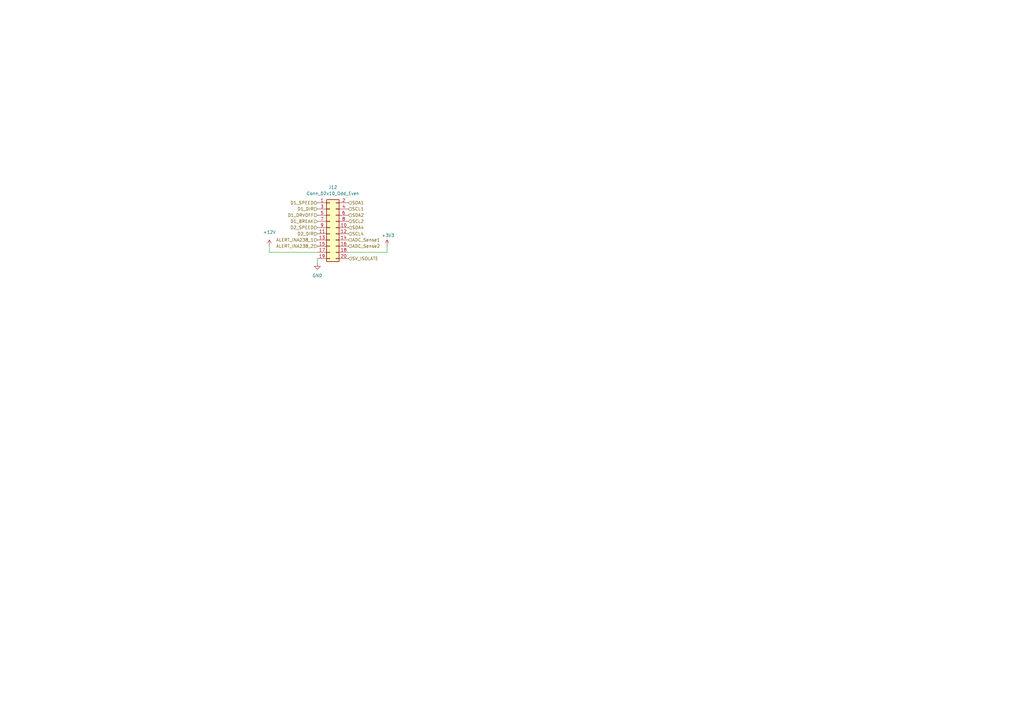
<source format=kicad_sch>
(kicad_sch (version 20211123) (generator eeschema)
  (paper "A3")
  (title_block (date "2021-12-27") (rev "REV1") (company "FIBO") (comment 2 "Design By Kittitouch Lelapiyamit"))
  (lib_symbols
    (symbol "Connector_Generic:Conn_02x10_Odd_Even" (pin_names (offset 1.016) hide)
      (property "Reference" "J" (at 1.27 12.7 0))
      (property "Value" "Conn_02x10_Odd_Even" (at 1.27 -15.24 0))
      (symbol "Conn_02x10_Odd_Even_1_1"
        (rectangle (start -1.27 -12.573) (end 0 -12.827) (stroke (width 0.1524)))
        (rectangle (start -1.27 -10.033) (end 0 -10.287) (stroke (width 0.1524)))
        (rectangle (start -1.27 -7.493) (end 0 -7.747) (stroke (width 0.1524)))
        (rectangle (start -1.27 -4.953) (end 0 -5.207) (stroke (width 0.1524)))
        (rectangle (start -1.27 -2.413) (end 0 -2.667) (stroke (width 0.1524)))
        (rectangle (start -1.27 0.127) (end 0 -0.127) (stroke (width 0.1524)))
        (rectangle (start -1.27 2.667) (end 0 2.413) (stroke (width 0.1524)))
        (rectangle (start -1.27 5.207) (end 0 4.953) (stroke (width 0.1524)))
        (rectangle (start -1.27 7.747) (end 0 7.493) (stroke (width 0.1524)))
        (rectangle (start -1.27 10.287) (end 0 10.033) (stroke (width 0.1524)))
        (rectangle (start -1.27 11.43) (end 3.81 -13.97) (stroke (width 0.254)) (fill (type background)))
        (rectangle (start 3.81 -12.573) (end 2.54 -12.827) (stroke (width 0.1524)))
        (rectangle (start 3.81 -10.033) (end 2.54 -10.287) (stroke (width 0.1524)))
        (rectangle (start 3.81 -7.493) (end 2.54 -7.747) (stroke (width 0.1524)))
        (rectangle (start 3.81 -4.953) (end 2.54 -5.207) (stroke (width 0.1524)))
        (rectangle (start 3.81 -2.413) (end 2.54 -2.667) (stroke (width 0.1524)))
        (rectangle (start 3.81 0.127) (end 2.54 -0.127) (stroke (width 0.1524)))
        (rectangle (start 3.81 2.667) (end 2.54 2.413) (stroke (width 0.1524)))
        (rectangle (start 3.81 5.207) (end 2.54 4.953) (stroke (width 0.1524)))
        (rectangle (start 3.81 7.747) (end 2.54 7.493) (stroke (width 0.1524)))
        (rectangle (start 3.81 10.287) (end 2.54 10.033) (stroke (width 0.1524)))
        (pin passive line (at -5.08 10.16 0) (length 3.81) (name "Pin_1") (number "1"))
        (pin passive line (at 7.62 0 180) (length 3.81) (name "Pin_10") (number "10"))
        (pin passive line (at -5.08 -2.54 0) (length 3.81) (name "Pin_11") (number "11"))
        (pin passive line (at 7.62 -2.54 180) (length 3.81) (name "Pin_12") (number "12"))
        (pin passive line (at -5.08 -5.08 0) (length 3.81) (name "Pin_13") (number "13"))
        (pin passive line (at 7.62 -5.08 180) (length 3.81) (name "Pin_14") (number "14"))
        (pin passive line (at -5.08 -7.62 0) (length 3.81) (name "Pin_15") (number "15"))
        (pin passive line (at 7.62 -7.62 180) (length 3.81) (name "Pin_16") (number "16"))
        (pin passive line (at -5.08 -10.16 0) (length 3.81) (name "Pin_17") (number "17"))
        (pin passive line (at 7.62 -10.16 180) (length 3.81) (name "Pin_18") (number "18"))
        (pin passive line (at -5.08 -12.7 0) (length 3.81) (name "Pin_19") (number "19"))
        (pin passive line (at 7.62 10.16 180) (length 3.81) (name "Pin_2") (number "2"))
        (pin passive line (at 7.62 -12.7 180) (length 3.81) (name "Pin_20") (number "20"))
        (pin passive line (at -5.08 7.62 0) (length 3.81) (name "Pin_3") (number "3"))
        (pin passive line (at 7.62 7.62 180) (length 3.81) (name "Pin_4") (number "4"))
        (pin passive line (at -5.08 5.08 0) (length 3.81) (name "Pin_5") (number "5"))
        (pin passive line (at 7.62 5.08 180) (length 3.81) (name "Pin_6") (number "6"))
        (pin passive line (at -5.08 2.54 0) (length 3.81) (name "Pin_7") (number "7"))
        (pin passive line (at 7.62 2.54 180) (length 3.81) (name "Pin_8") (number "8"))
        (pin passive line (at -5.08 0 0) (length 3.81) (name "Pin_9") (number "9"))
      )
    )
    (symbol "power:+12V" (power) (pin_names (offset 0))
      (property "Value" "+12V" (at 0 3.556 0))
      (symbol "+12V_0_1"
        (polyline (pts (xy -0.762 1.27) (xy 0 2.54)))
        (polyline (pts (xy 0 0) (xy 0 2.54)))
        (polyline (pts (xy 0 2.54) (xy 0.762 1.27)))
      )
      (symbol "+12V_1_1"
        (pin power_in line (at 0 0 90) (length 0) hide (name "+12V") (number "1"))
      )
    )
    (symbol "power:+3.3V" (power) (pin_names (offset 0))
      (property "Value" "+3.3V" (at 0 3.556 0))
      (symbol "+3.3V_0_1"
        (polyline (pts (xy -0.762 1.27) (xy 0 2.54)))
        (polyline (pts (xy 0 0) (xy 0 2.54)))
        (polyline (pts (xy 0 2.54) (xy 0.762 1.27)))
      )
      (symbol "+3.3V_1_1"
        (pin power_in line (at 0 0 90) (length 0) hide (name "+3V3") (number "1"))
      )
    )
    (symbol "power:GND" (power) (pin_names (offset 0))
      (property "Value" "GND" (at 0 -3.81 0))
      (symbol "GND_0_1"
        (polyline (pts (xy 0 0) (xy 0 -1.27) (xy 1.27 -1.27) (xy 0 -2.54) (xy -1.27 -1.27) (xy 0 -1.27)))
      )
      (symbol "GND_1_1"
        (pin power_in line (at 0 0 270) (length 0) hide (name "GND") (number "1"))
      )
    )
  )
  (wire (pts (xy 110.49 103.505) (xy 110.49 100.965)))
  (wire (pts (xy 158.75 103.505) (xy 158.75 100.965)))
  (wire (pts (xy 130.175 106.045) (xy 130.175 107.95)))
  (wire (pts (xy 142.875 103.505) (xy 158.75 103.505)))
  (wire (pts (xy 110.49 103.505) (xy 130.175 103.505)))
  (hierarchical_label "ADC_Sense2" (shape input) (at 142.875 100.965 0))
  (hierarchical_label "SCL1" (shape input) (at 142.875 85.725 0))
  (hierarchical_label "D1_DIR" (shape input) (at 130.175 85.725 180))
  (hierarchical_label "D2_DIR" (shape input) (at 130.175 95.885 180))
  (hierarchical_label "SDA2" (shape input) (at 142.875 88.265 0))
  (hierarchical_label "D2_SPEED" (shape input) (at 130.175 93.345 180))
  (hierarchical_label "D1_SPEED" (shape input) (at 130.175 83.185 180))
  (hierarchical_label "SDA4" (shape input) (at 142.875 93.345 0))
  (hierarchical_label "SDA1" (shape input) (at 142.875 83.185 0))
  (hierarchical_label "SCL4" (shape input) (at 142.875 95.885 0))
  (hierarchical_label "ALERT_INA238_1" (shape input) (at 130.175 98.425 180))
  (hierarchical_label "ALERT_INA238_2" (shape input) (at 130.175 100.965 180))
  (hierarchical_label "D1_DRVOFF" (shape input) (at 130.175 88.265 180))
  (hierarchical_label "D1_BREAK" (shape input) (at 130.175 90.805 180))
  (hierarchical_label "SCL2" (shape input) (at 142.875 90.805 0))
  (hierarchical_label "ADC_Sense1" (shape input) (at 142.875 98.425 0))
  (hierarchical_label "5V_ISOLATE" (shape input) (at 142.875 106.045 0))
  (symbol (lib_id "Connector_Generic:Conn_02x10_Odd_Even") (at 135.255 93.345 0) (unit 1)
    (property "Reference" "J12" (at 136.525 76.835 0))
    (property "Value" "Conn_02x10_Odd_Even" (at 136.525 79.375 0))
    (property "Footprint" "Connector_PinHeader_2.54mm:PinHeader_2x10_P2.54mm_Vertical" (effects hide))
  )
  (symbol (lib_id "power:+3.3V") (at 158.75 100.965 0) (unit 1)
    (property "Reference" "#PWR097" (effects hide))
    (property "Value" "+3.3V" (at 159.131 96.5708 0))
  )
  (symbol (lib_id "power:GND") (at 130.175 107.95 0) (unit 1)
    (property "Reference" "#PWR096" (effects hide))
    (property "Value" "GND" (at 130.175 113.03 0))
  )
  (symbol (lib_id "power:+12V") (at 110.49 100.965 0) (unit 1)
    (property "Reference" "#PWR095" (effects hide))
    (property "Value" "+12V" (at 110.49 95.25 0))
  )
)
</source>
